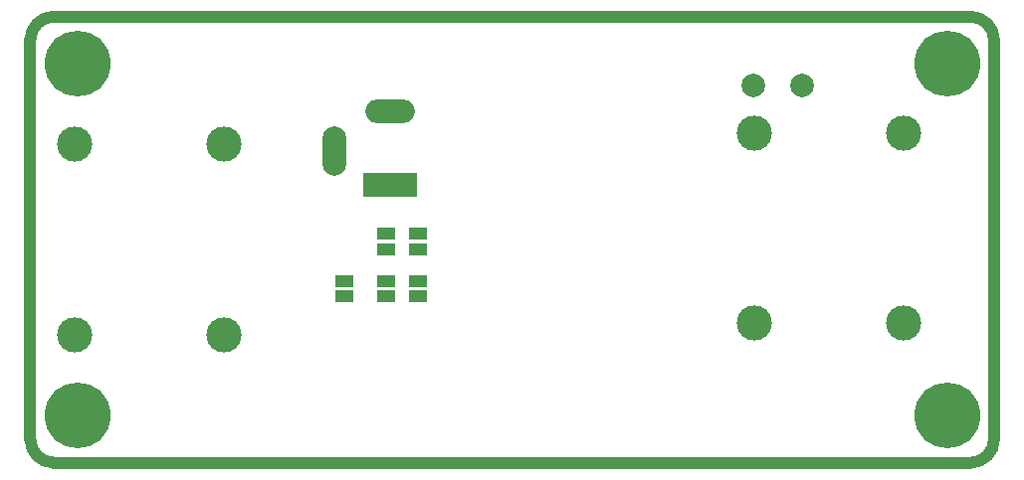
<source format=gbs>
G04 #@! TF.GenerationSoftware,KiCad,Pcbnew,7.0.2*
G04 #@! TF.CreationDate,2023-11-21T13:08:25+01:00*
G04 #@! TF.ProjectId,ZDG_ELEKTRONIKA_D-class_AMP,5a44475f-454c-4454-9b54-524f4e494b41,rev?*
G04 #@! TF.SameCoordinates,Original*
G04 #@! TF.FileFunction,Soldermask,Bot*
G04 #@! TF.FilePolarity,Negative*
%FSLAX46Y46*%
G04 Gerber Fmt 4.6, Leading zero omitted, Abs format (unit mm)*
G04 Created by KiCad (PCBNEW 7.0.2) date 2023-11-21 13:08:25*
%MOMM*%
%LPD*%
G01*
G04 APERTURE LIST*
%ADD10C,1.000000*%
%ADD11C,5.600000*%
%ADD12R,4.600000X2.000000*%
%ADD13O,4.200000X2.000000*%
%ADD14O,2.000000X4.200000*%
%ADD15C,3.000000*%
%ADD16C,2.000000*%
%ADD17R,1.500000X1.000000*%
G04 APERTURE END LIST*
D10*
X1Y-1999999D02*
X1Y-35999999D01*
X80000001Y-38000001D02*
G75*
G03*
X82000001Y-35999999I-1J2000001D01*
G01*
X82000001Y-35999999D02*
X82000001Y-1999999D01*
X1Y-35999999D02*
G75*
G03*
X2000001Y-37999999I1999999J-1D01*
G01*
X82000001Y-1999999D02*
G75*
G03*
X80000001Y1I-2000001J-1D01*
G01*
X2000001Y-37999999D02*
X80000001Y-37999999D01*
X2000001Y1D02*
G75*
G03*
X1Y-1999999I-1J-1999999D01*
G01*
X2000001Y1D02*
X80000001Y1D01*
D11*
X78000000Y-34000000D03*
D12*
X30650000Y-14350000D03*
D13*
X30650000Y-8050000D03*
D14*
X25850000Y-11450000D03*
D15*
X74265000Y-9885000D03*
X74265000Y-26115000D03*
X61565000Y-9885000D03*
X61565000Y-26115000D03*
D16*
X61500000Y-5850000D03*
D11*
X78000000Y-4000000D03*
X4000000Y-4000000D03*
D15*
X3735000Y-27115000D03*
X3735000Y-10885000D03*
X16435000Y-27115000D03*
X16435000Y-10885000D03*
D16*
X65625000Y-5850000D03*
D11*
X4000000Y-34000000D03*
D17*
X33000000Y-22500000D03*
X33000000Y-23800000D03*
X33000000Y-18500000D03*
X33000000Y-19800000D03*
X30250000Y-22500000D03*
X30250000Y-23800000D03*
X26750000Y-23800000D03*
X26750000Y-22500000D03*
X30250000Y-18500000D03*
X30250000Y-19800000D03*
M02*

</source>
